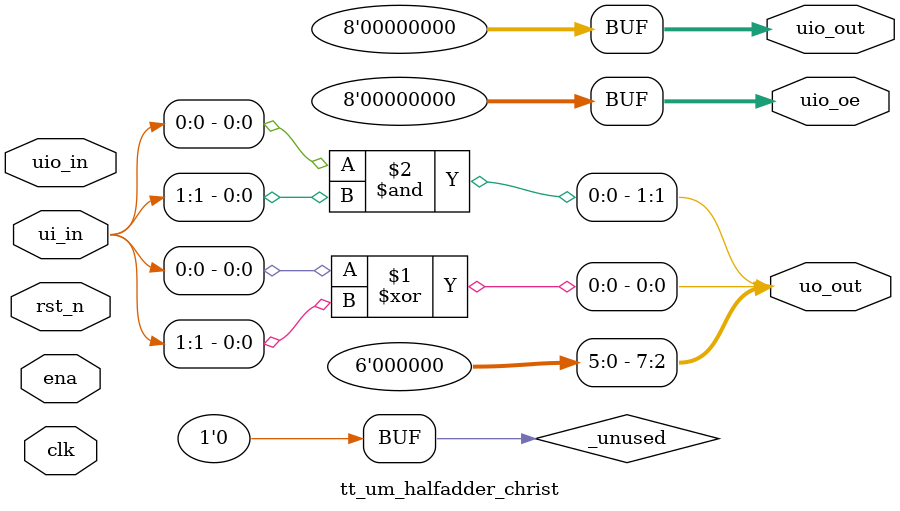
<source format=v>
/*
 * Copyright (c) 2024 Your Name
 * SPDX-License-Identifier: Apache-2.0
 */

`default_nettype none

module tt_um_halfadder_christ (
    input  wire [7:0] ui_in,    // Dedicated inputs
    output wire [7:0] uo_out,   // Dedicated outputs
    input  wire [7:0] uio_in,   // IOs: Input path
    output wire [7:0] uio_out,  // IOs: Output path
    output wire [7:0] uio_oe,   // IOs: Enable path (active high: 0=input, 1=output)
    input  wire       ena,      // always 1 when the design is powered, so you can ignore it
    input  wire       clk,      // clock
    input  wire       rst_n     // reset_n - low to reset
);

  // All output pins must be assigned. If not used, assign to 0.
 // assign uo_out  = ui_in + uio_in;  // Example: ou_out is the sum of ui_in and uio_in
    assign uo_out[0]=ui_in[0]^ui_in[1];
    assign uo_out[1]=ui_in[0]&ui_in[1];
  assign uio_out = 0;
  assign uio_oe  = 0;
    assign uo_out[7:2]=6'b0;

  // List all unused inputs to prevent warnings
  wire _unused = &{ena, clk, rst_n, 1'b0};

endmodule

</source>
